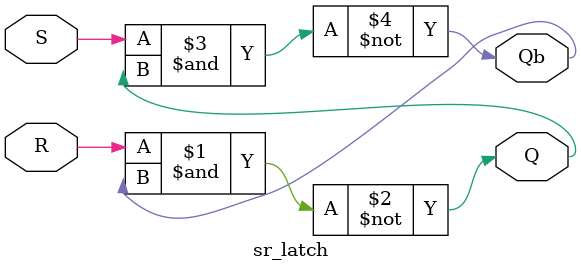
<source format=v>
module sr_latch(S,R,Q,Qb);
	input S,R;
	output  Q,Qb;
        assign Q = ~(R & Qb);
	assign Qb= ~(S &  Q);
endmodule


</source>
